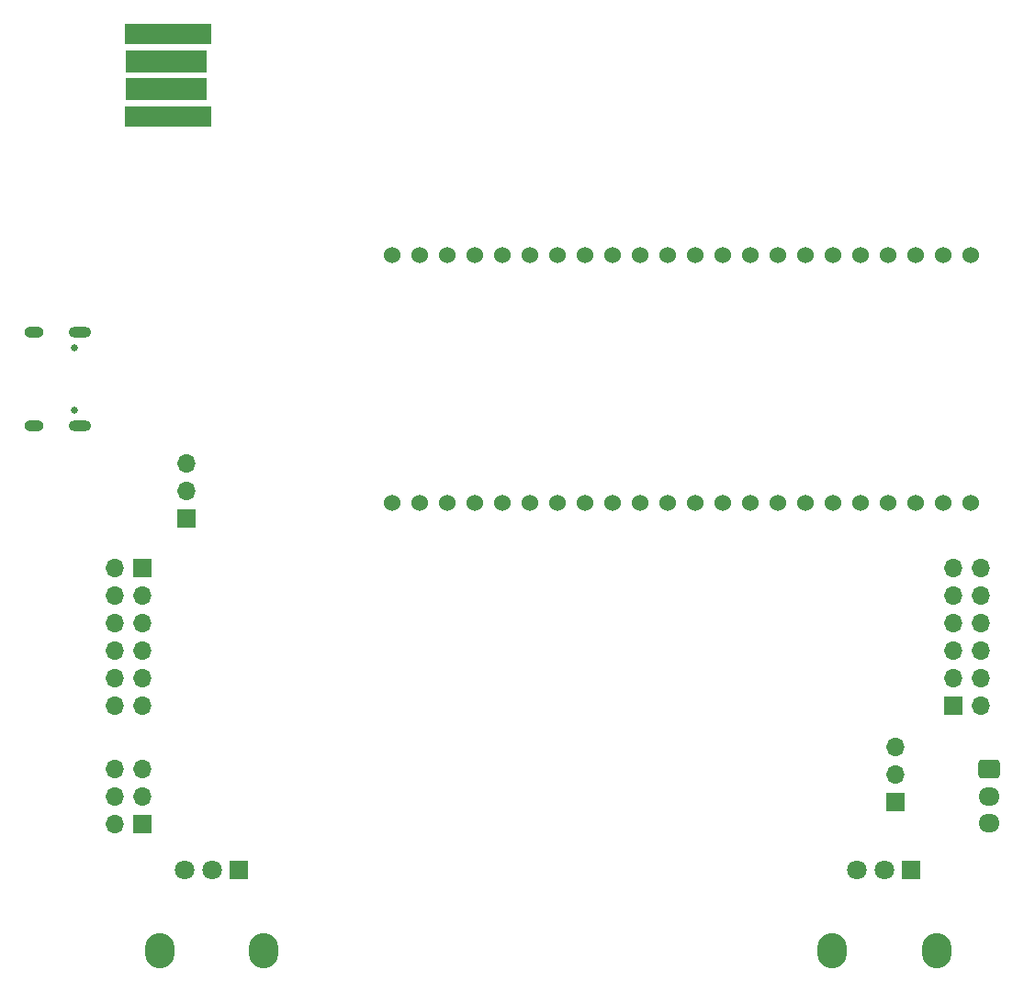
<source format=gbs>
G04 #@! TF.GenerationSoftware,KiCad,Pcbnew,6.0.11-2627ca5db0~126~ubuntu22.04.1*
G04 #@! TF.CreationDate,2023-05-26T00:57:04+02:00*
G04 #@! TF.ProjectId,ELKS,454c4b53-2e6b-4696-9361-645f70636258,rev?*
G04 #@! TF.SameCoordinates,Original*
G04 #@! TF.FileFunction,Soldermask,Bot*
G04 #@! TF.FilePolarity,Negative*
%FSLAX46Y46*%
G04 Gerber Fmt 4.6, Leading zero omitted, Abs format (unit mm)*
G04 Created by KiCad (PCBNEW 6.0.11-2627ca5db0~126~ubuntu22.04.1) date 2023-05-26 00:57:04*
%MOMM*%
%LPD*%
G01*
G04 APERTURE LIST*
G04 Aperture macros list*
%AMRoundRect*
0 Rectangle with rounded corners*
0 $1 Rounding radius*
0 $2 $3 $4 $5 $6 $7 $8 $9 X,Y pos of 4 corners*
0 Add a 4 corners polygon primitive as box body*
4,1,4,$2,$3,$4,$5,$6,$7,$8,$9,$2,$3,0*
0 Add four circle primitives for the rounded corners*
1,1,$1+$1,$2,$3*
1,1,$1+$1,$4,$5*
1,1,$1+$1,$6,$7*
1,1,$1+$1,$8,$9*
0 Add four rect primitives between the rounded corners*
20,1,$1+$1,$2,$3,$4,$5,0*
20,1,$1+$1,$4,$5,$6,$7,0*
20,1,$1+$1,$6,$7,$8,$9,0*
20,1,$1+$1,$8,$9,$2,$3,0*%
G04 Aperture macros list end*
%ADD10R,1.700000X1.700000*%
%ADD11O,1.700000X1.700000*%
%ADD12RoundRect,0.250000X-0.725000X0.600000X-0.725000X-0.600000X0.725000X-0.600000X0.725000X0.600000X0*%
%ADD13O,1.950000X1.700000*%
%ADD14O,2.720000X3.240000*%
%ADD15R,1.800000X1.800000*%
%ADD16C,1.800000*%
%ADD17C,0.650000*%
%ADD18O,2.100000X1.000000*%
%ADD19O,1.800000X1.000000*%
%ADD20C,1.524000*%
%ADD21R,8.000000X1.900000*%
%ADD22R,7.500000X2.000000*%
G04 APERTURE END LIST*
D10*
G04 #@! TO.C,J3*
X112250000Y-98560000D03*
D11*
X109710000Y-98560000D03*
X112250000Y-101100000D03*
X109710000Y-101100000D03*
X112250000Y-103640000D03*
X109710000Y-103640000D03*
X112250000Y-106180000D03*
X109710000Y-106180000D03*
X112250000Y-108720000D03*
X109710000Y-108720000D03*
X112250000Y-111260000D03*
X109710000Y-111260000D03*
G04 #@! TD*
D12*
G04 #@! TO.C,J5*
X190300000Y-117100000D03*
D13*
X190300000Y-119600000D03*
X190300000Y-122100000D03*
G04 #@! TD*
D10*
G04 #@! TO.C,JP2*
X181650000Y-120140000D03*
D11*
X181650000Y-117600000D03*
X181650000Y-115060000D03*
G04 #@! TD*
D14*
G04 #@! TO.C,RV2*
X185450000Y-133875000D03*
X175850000Y-133875000D03*
D15*
X183150000Y-126375000D03*
D16*
X180650000Y-126375000D03*
X178150000Y-126375000D03*
G04 #@! TD*
D10*
G04 #@! TO.C,J4*
X112250000Y-122180000D03*
D11*
X109710000Y-122180000D03*
X112250000Y-119640000D03*
X109710000Y-119640000D03*
X112250000Y-117100000D03*
X109710000Y-117100000D03*
G04 #@! TD*
D14*
G04 #@! TO.C,RV1*
X123450000Y-133875000D03*
X113850000Y-133875000D03*
D15*
X121150000Y-126375000D03*
D16*
X118650000Y-126375000D03*
X116150000Y-126375000D03*
G04 #@! TD*
D17*
G04 #@! TO.C,J1*
X105955000Y-83990000D03*
X105955000Y-78210000D03*
D18*
X106455000Y-76780000D03*
D19*
X102275000Y-85420000D03*
X102275000Y-76780000D03*
D18*
X106455000Y-85420000D03*
G04 #@! TD*
D10*
G04 #@! TO.C,J6*
X187050000Y-111260000D03*
D11*
X189590000Y-111260000D03*
X187050000Y-108720000D03*
X189590000Y-108720000D03*
X187050000Y-106180000D03*
X189590000Y-106180000D03*
X187050000Y-103640000D03*
X189590000Y-103640000D03*
X187050000Y-101100000D03*
X189590000Y-101100000D03*
X187050000Y-98560000D03*
X189590000Y-98560000D03*
G04 #@! TD*
D10*
G04 #@! TO.C,JP1*
X116300000Y-93960000D03*
D11*
X116300000Y-91420000D03*
X116300000Y-88880000D03*
G04 #@! TD*
D20*
G04 #@! TO.C,U1*
X188650000Y-69670000D03*
X186110000Y-69670000D03*
X183570000Y-69670000D03*
X181030000Y-69670000D03*
X178490000Y-69670000D03*
X175950000Y-69670000D03*
X173410000Y-69670000D03*
X170870000Y-69670000D03*
X168330000Y-69670000D03*
X165790000Y-69670000D03*
X163250000Y-69670000D03*
X160710000Y-69670000D03*
X158170000Y-69670000D03*
X155630000Y-69670000D03*
X153090000Y-69670000D03*
X150550000Y-69670000D03*
X148010000Y-69670000D03*
X145470000Y-69670000D03*
X142930000Y-69670000D03*
X140390000Y-69670000D03*
X137850000Y-69670000D03*
X135310000Y-69670000D03*
X188650000Y-92530000D03*
X186110000Y-92530000D03*
X183570000Y-92530000D03*
X181030000Y-92530000D03*
X178490000Y-92530000D03*
X175950000Y-92530000D03*
X173410000Y-92530000D03*
X170870000Y-92530000D03*
X168330000Y-92530000D03*
X165790000Y-92530000D03*
X163250000Y-92530000D03*
X160710000Y-92530000D03*
X158170000Y-92530000D03*
X155630000Y-92530000D03*
X153090000Y-92530000D03*
X150550000Y-92530000D03*
X148010000Y-92530000D03*
X145470000Y-92530000D03*
X142930000Y-92530000D03*
X140390000Y-92530000D03*
X137850000Y-92530000D03*
X135310000Y-92530000D03*
G04 #@! TD*
D21*
G04 #@! TO.C,J2*
X114662500Y-56910000D03*
D22*
X114412500Y-54400000D03*
X114412500Y-51800000D03*
D21*
X114662500Y-49290000D03*
G04 #@! TD*
M02*

</source>
